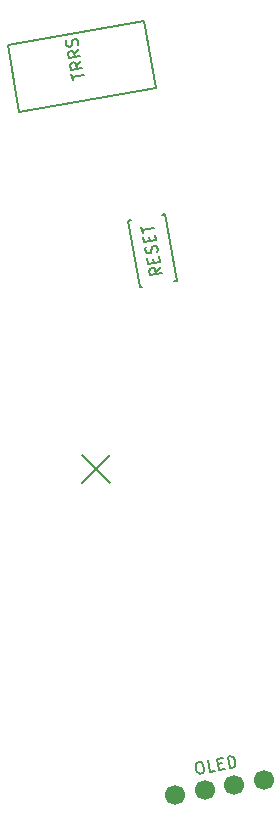
<source format=gbr>
G04 #@! TF.GenerationSoftware,KiCad,Pcbnew,(6.0.8)*
G04 #@! TF.CreationDate,2023-02-18T22:21:53+09:00*
G04 #@! TF.ProjectId,ma8ic_split_69_left,6d613869-635f-4737-906c-69745f36395f,0.1*
G04 #@! TF.SameCoordinates,Original*
G04 #@! TF.FileFunction,Legend,Top*
G04 #@! TF.FilePolarity,Positive*
%FSLAX46Y46*%
G04 Gerber Fmt 4.6, Leading zero omitted, Abs format (unit mm)*
G04 Created by KiCad (PCBNEW (6.0.8)) date 2023-02-18 22:21:53*
%MOMM*%
%LPD*%
G01*
G04 APERTURE LIST*
%ADD10C,0.150000*%
%ADD11C,1.700000*%
G04 APERTURE END LIST*
D10*
X191690886Y-78581396D02*
X194072138Y-80962648D01*
X191690886Y-80962648D02*
X194072138Y-78581396D01*
G04 #@! TO.C,*
G04 #@! TO.C,SW1*
X198341727Y-62669079D02*
X197930654Y-63080038D01*
X198440955Y-63231827D02*
X197456147Y-63405475D01*
X197389995Y-63030310D01*
X197420353Y-62928250D01*
X197458979Y-62873085D01*
X197544502Y-62809652D01*
X197685189Y-62784845D01*
X197787249Y-62815203D01*
X197842413Y-62853829D01*
X197905847Y-62939351D01*
X197971999Y-63314516D01*
X197751455Y-62337977D02*
X197693572Y-62009708D01*
X198184617Y-61778063D02*
X198267306Y-62247019D01*
X197282499Y-62420667D01*
X197199809Y-61951711D01*
X198071570Y-61411167D02*
X198093658Y-61262211D01*
X198052313Y-61027733D01*
X197988880Y-60942211D01*
X197933715Y-60903584D01*
X197831655Y-60873227D01*
X197737864Y-60889764D01*
X197652342Y-60953198D01*
X197613715Y-61008363D01*
X197583357Y-61110423D01*
X197569538Y-61306274D01*
X197539180Y-61408334D01*
X197500553Y-61463499D01*
X197415031Y-61526932D01*
X197321240Y-61543470D01*
X197219180Y-61513113D01*
X197164015Y-61474486D01*
X197100582Y-61388964D01*
X197059237Y-61154486D01*
X197081325Y-61005530D01*
X197428965Y-60509049D02*
X197371083Y-60180780D01*
X197862127Y-59949134D02*
X197944817Y-60418090D01*
X196960009Y-60591738D01*
X196877320Y-60122782D01*
X196827706Y-59841409D02*
X196728478Y-59278661D01*
X197762900Y-59386387D02*
X196778092Y-59560035D01*
G04 #@! TO.C,J3*
X201486565Y-104599285D02*
X201674148Y-104566209D01*
X201776208Y-104596567D01*
X201886537Y-104673820D01*
X201966509Y-104853134D01*
X202024391Y-105181403D01*
X202010572Y-105377255D01*
X201933318Y-105487584D01*
X201847796Y-105551017D01*
X201660214Y-105584093D01*
X201558153Y-105553735D01*
X201447824Y-105476482D01*
X201367853Y-105297169D01*
X201309970Y-104968899D01*
X201323790Y-104773048D01*
X201401043Y-104662719D01*
X201486565Y-104599285D01*
X202973291Y-105352562D02*
X202504335Y-105435252D01*
X202330686Y-104450444D01*
X203210601Y-104778828D02*
X203538871Y-104720945D01*
X203770516Y-105211990D02*
X203301560Y-105294679D01*
X203127912Y-104309872D01*
X203596868Y-104227182D01*
X204192576Y-105137569D02*
X204018928Y-104152761D01*
X204253406Y-104111417D01*
X204402362Y-104133505D01*
X204512691Y-104210759D01*
X204576125Y-104296281D01*
X204656096Y-104475594D01*
X204680903Y-104616281D01*
X204667083Y-104812133D01*
X204636726Y-104914193D01*
X204559472Y-105024522D01*
X204427054Y-105096224D01*
X204192576Y-105137569D01*
G04 #@! TO.C,J2*
X190898010Y-46885425D02*
X190798782Y-46322678D01*
X191833204Y-46430403D02*
X190848396Y-46604051D01*
X191626480Y-45258013D02*
X191215406Y-45668972D01*
X191725707Y-45820760D02*
X190740899Y-45994408D01*
X190674748Y-45619244D01*
X190705105Y-45517183D01*
X190743732Y-45462019D01*
X190829254Y-45398585D01*
X190969941Y-45373778D01*
X191072001Y-45404136D01*
X191127166Y-45442763D01*
X191190599Y-45528285D01*
X191256751Y-45903450D01*
X191452831Y-44273205D02*
X191041758Y-44684164D01*
X191552059Y-44835953D02*
X190567251Y-45009601D01*
X190501099Y-44634436D01*
X190531457Y-44532376D01*
X190570084Y-44477211D01*
X190655606Y-44413778D01*
X190796293Y-44388971D01*
X190898353Y-44419328D01*
X190953518Y-44457955D01*
X191016951Y-44543477D01*
X191083103Y-44918642D01*
X191339784Y-43906309D02*
X191361873Y-43757354D01*
X191320528Y-43522876D01*
X191257094Y-43437353D01*
X191201930Y-43398727D01*
X191099870Y-43368369D01*
X191006078Y-43384907D01*
X190920556Y-43448340D01*
X190881930Y-43503505D01*
X190851572Y-43605565D01*
X190837752Y-43801417D01*
X190807394Y-43903477D01*
X190768768Y-43958641D01*
X190683246Y-44022075D01*
X190589454Y-44038613D01*
X190487394Y-44008255D01*
X190432230Y-43969628D01*
X190368796Y-43884106D01*
X190327451Y-43649628D01*
X190349540Y-43500672D01*
G04 #@! TO.C,SW1*
X199714606Y-63846184D02*
X199468404Y-63889596D01*
X199714606Y-63846184D02*
X198724811Y-58232780D01*
X198724811Y-58232780D02*
X198478609Y-58276192D01*
X196563221Y-64401858D02*
X195573426Y-58788454D01*
X195573426Y-58788454D02*
X195819628Y-58745042D01*
X196563221Y-64401858D02*
X196809423Y-64358446D01*
G04 #@! TO.C,J2*
X196962303Y-41843875D02*
X197969463Y-47555760D01*
X185390812Y-43884241D02*
X196962303Y-41843875D01*
X186397971Y-49596126D02*
X185390812Y-43884241D01*
X197969463Y-47555760D02*
X186397971Y-49596126D01*
G04 #@! TD*
D11*
G04 #@! TO.C,J3*
X199589789Y-107419117D03*
X202091201Y-106978050D03*
X204592613Y-106536984D03*
X207094025Y-106095917D03*
G04 #@! TD*
M02*

</source>
